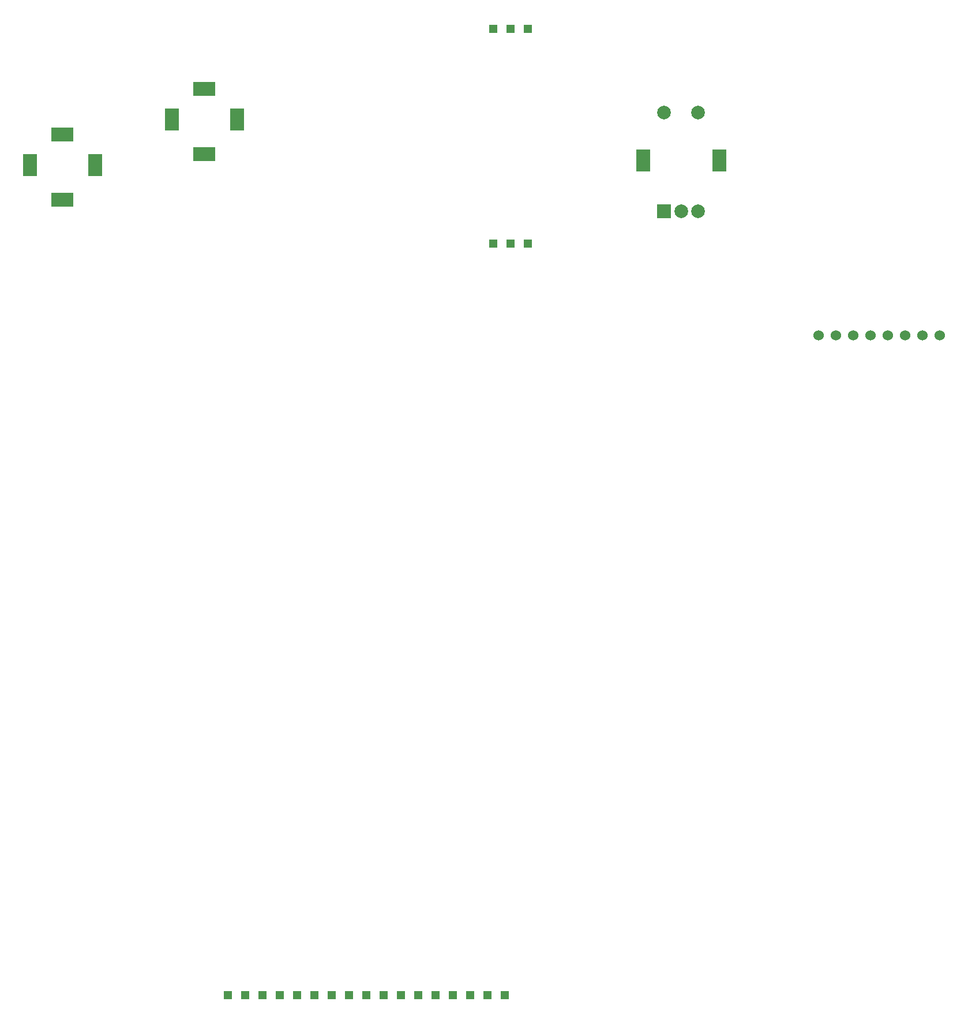
<source format=gbr>
%TF.GenerationSoftware,KiCad,Pcbnew,(5.1.7-0-10_14)*%
%TF.CreationDate,2021-04-06T14:55:12+02:00*%
%TF.ProjectId,MDMA,4d444d41-2e6b-4696-9361-645f70636258,rev?*%
%TF.SameCoordinates,Original*%
%TF.FileFunction,Soldermask,Bot*%
%TF.FilePolarity,Negative*%
%FSLAX46Y46*%
G04 Gerber Fmt 4.6, Leading zero omitted, Abs format (unit mm)*
G04 Created by KiCad (PCBNEW (5.1.7-0-10_14)) date 2021-04-06 14:55:12*
%MOMM*%
%LPD*%
G01*
G04 APERTURE LIST*
%ADD10R,1.250000X1.250000*%
%ADD11R,2.000000X2.000000*%
%ADD12C,2.000000*%
%ADD13R,2.000000X3.200000*%
%ADD14R,3.200000X2.000000*%
%ADD15C,1.524000*%
G04 APERTURE END LIST*
D10*
%TO.C,U1*%
X158140000Y-33150000D03*
X155600000Y-33150000D03*
X153060000Y-33150000D03*
X158140000Y-64650000D03*
X155600000Y-64650000D03*
X153060000Y-64650000D03*
%TD*%
%TO.C,P1*%
X154780000Y-174950000D03*
X152240000Y-174950000D03*
X149700000Y-174950000D03*
X147160000Y-174950000D03*
X144620000Y-174950000D03*
X142080000Y-174950000D03*
X139540000Y-174950000D03*
X137000000Y-174950000D03*
X134460000Y-174950000D03*
X131920000Y-174950000D03*
X129380000Y-174950000D03*
X126840000Y-174950000D03*
X124300000Y-174950000D03*
X121760000Y-174950000D03*
X119220000Y-174950000D03*
X116680000Y-174950000D03*
X114140000Y-174950000D03*
%TD*%
D11*
%TO.C,SW1*%
X178140000Y-59950000D03*
D12*
X180640000Y-59950000D03*
X183140000Y-59950000D03*
D13*
X175040000Y-52450000D03*
X186240000Y-52450000D03*
D12*
X178140000Y-45450000D03*
X183140000Y-45450000D03*
%TD*%
D13*
%TO.C,SW2*%
X94660000Y-53190000D03*
X85060000Y-53190000D03*
D14*
X89860000Y-58290000D03*
X89860000Y-48690000D03*
%TD*%
D13*
%TO.C,SW3*%
X115470000Y-46460000D03*
X105870000Y-46460000D03*
D14*
X110670000Y-51560000D03*
X110670000Y-41960000D03*
%TD*%
D15*
%TO.C,T1*%
X200800000Y-78110000D03*
X203340000Y-78110000D03*
X205880000Y-78110000D03*
X208420000Y-78110000D03*
X210960000Y-78110000D03*
X213500000Y-78110000D03*
X216040000Y-78110000D03*
X218580000Y-78110000D03*
%TD*%
M02*

</source>
